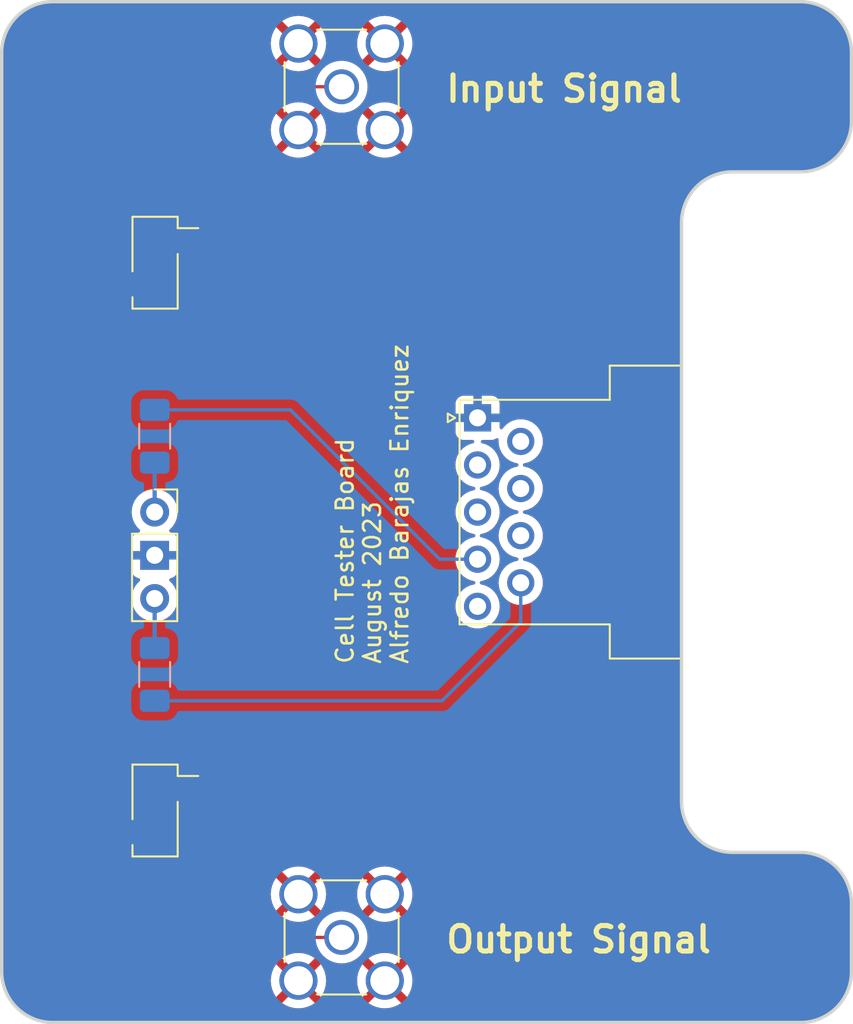
<source format=kicad_pcb>
(kicad_pcb (version 20221018) (generator pcbnew)
  (layers (0 "F.Cu" signal) (31 "B.Cu" signal) (34 "B.Paste" user) (35 "F.Paste" user) (36 "B.SilkS" user "B.Silkscreen") (37 "F.SilkS" user "F.Silkscreen") (38 "B.Mask" user) (39 "F.Mask" user) (44 "Edge.Cuts" user))
  (net 0 "")
  (net 1 "+12")
  (net 2 "-12")
  (net 3 "P.Ground")
  (net 4 "S.Ground")
  (footprint "Connector_Coaxial:SMA_Amphenol_901-144_Vertical" (layer "F.Cu") (at 120 125 180)
    (fp_text reference "REF**" hide)
    (fp_text value "SMA_Amphenol_901-144_Vertical" hide)
    (fp_line (start -3.355 -1.45) (end -3.355 1.45) (stroke (width 0.12)) (layer "F.SilkS"))
    (fp_line (start -1.45 -3.355) (end 1.45 -3.355) (stroke (width 0.12)) (layer "F.SilkS"))
    (fp_line (start -1.45 3.355) (end 1.45 3.355) (stroke (width 0.12)) (layer "F.SilkS"))
    (fp_line (start 3.355 -1.45) (end 3.355 1.45) (stroke (width 0.12)) (layer "F.SilkS"))
    (pad "1" thru_hole circle (at 0 0 180) (size 2.05 2.05) (drill 1.5) (layers "*.Cu" "*.Mask"))
    (pad "2" thru_hole circle (at -2.54 -2.54 180) (size 2.25 2.25) (drill 1.7) (layers "*.Cu" "*.Mask") (net 4 "S.Ground"))
    (pad "2" thru_hole circle (at -2.54 2.54 180) (size 2.25 2.25) (drill 1.7) (layers "*.Cu" "*.Mask") (net 4 "S.Ground"))
    (pad "2" thru_hole circle (at 2.54 -2.54 180) (size 2.25 2.25) (drill 1.7) (layers "*.Cu" "*.Mask") (net 4 "S.Ground"))
    (pad "2" thru_hole circle (at 2.54 2.54 180) (size 2.25 2.25) (drill 1.7) (layers "*.Cu" "*.Mask") (net 4 "S.Ground"))
  )
  (footprint "Connector_PinSocket_2.54mm:PinSocket_1x03_P2.54mm_Vertical" (layer "F.Cu") (at 109 100)
    (fp_text reference "REF**" hide)
    (fp_text value "PinSocket_1x03_P2.54mm_Vertical" hide)
    (fp_line (start -1.33 1.27) (end -1.33 6.41) (stroke (width 0.12)) (layer "F.SilkS"))
    (fp_line (start -1.33 1.27) (end 1.33 1.27) (stroke (width 0.12)) (layer "F.SilkS"))
    (fp_line (start -1.33 6.41) (end 1.33 6.41) (stroke (width 0.12)) (layer "F.SilkS"))
    (fp_line (start 0 -1.33) (end 1.33 -1.33) (stroke (width 0.12)) (layer "F.SilkS"))
    (fp_line (start 1.33 -1.33) (end 1.33 0) (stroke (width 0.12)) (layer "F.SilkS"))
    (fp_line (start 1.33 1.27) (end 1.33 6.41) (stroke (width 0.12)) (layer "F.SilkS"))
    (pad "1" thru_hole circle (at 0 0) (size 1.7 1.7) (drill 1) (layers "*.Cu" "*.Mask"))
    (pad "2" thru_hole rect (at 0 2.54) (size 1.7 1.7) (drill 1) (layers "*.Cu" "*.Mask") (net 3 "P.Ground"))
    (pad "3" thru_hole oval (at 0 5.08) (size 1.7 1.7) (drill 1) (layers "*.Cu" "*.Mask"))
  )
  (footprint "Connector_Coaxial:SMA_Amphenol_901-144_Vertical" (layer "F.Cu") (at 120 75 180)
    (fp_text reference "REF**" hide)
    (fp_text value "SMA_Amphenol_901-144_Vertical" hide)
    (fp_line (start -3.355 -1.45) (end -3.355 1.45) (stroke (width 0.12)) (layer "F.SilkS"))
    (fp_line (start -1.45 -3.355) (end 1.45 -3.355) (stroke (width 0.12)) (layer "F.SilkS"))
    (fp_line (start -1.45 3.355) (end 1.45 3.355) (stroke (width 0.12)) (layer "F.SilkS"))
    (fp_line (start 3.355 -1.45) (end 3.355 1.45) (stroke (width 0.12)) (layer "F.SilkS"))
    (pad "1" thru_hole circle (at 0 0 180) (size 2.05 2.05) (drill 1.5) (layers "*.Cu" "*.Mask"))
    (pad "2" thru_hole circle (at -2.54 -2.54 180) (size 2.25 2.25) (drill 1.7) (layers "*.Cu" "*.Mask") (net 4 "S.Ground"))
    (pad "2" thru_hole circle (at -2.54 2.54 180) (size 2.25 2.25) (drill 1.7) (layers "*.Cu" "*.Mask") (net 4 "S.Ground"))
    (pad "2" thru_hole circle (at 2.54 -2.54 180) (size 2.25 2.25) (drill 1.7) (layers "*.Cu" "*.Mask") (net 4 "S.Ground"))
    (pad "2" thru_hole circle (at 2.54 2.54 180) (size 2.25 2.25) (drill 1.7) (layers "*.Cu" "*.Mask") (net 4 "S.Ground"))
  )
  (footprint "Connector_PinSocket_2.54mm:PinSocket_1x02_P2.54mm_Vertical_SMD_Pin1Right" (layer "F.Cu") (at 109.025 85.341135)
    (fp_text reference "REF**" hide)
    (fp_text value "PinSocket_1x02_P2.54mm_Vertical_SMD_Pin1Right" hide)
    (fp_line (start -1.33 -2.7) (end -1.33 0.51) (stroke (width 0.12)) (layer "F.SilkS"))
    (fp_line (start -1.33 -2.7) (end 1.33 -2.7) (stroke (width 0.12)) (layer "F.SilkS"))
    (fp_line (start -1.33 2.03) (end -1.33 2.7) (stroke (width 0.12)) (layer "F.SilkS"))
    (fp_line (start -1.33 2.7) (end 1.33 2.7) (stroke (width 0.12)) (layer "F.SilkS"))
    (fp_line (start 1.33 -2.7) (end 1.33 -2.03) (stroke (width 0.12)) (layer "F.SilkS"))
    (fp_line (start 1.33 -2.03) (end 2.54 -2.03) (stroke (width 0.12)) (layer "F.SilkS"))
    (fp_line (start 1.33 -0.51) (end 1.33 2.7) (stroke (width 0.12)) (layer "F.SilkS"))
    (pad "1" smd rect (at 1.65 -1.27) (size 1.9 1) (layers "F.Cu" "F.Paste" "F.Mask"))
    (pad "2" smd rect (at -1.65 1.27) (size 1.9 1) (layers "F.Cu" "F.Paste" "F.Mask") (net 4 "S.Ground"))
  )
  (footprint "Connector_PinSocket_2.54mm:PinSocket_1x02_P2.54mm_Vertical_SMD_Pin1Right" (layer "F.Cu") (at 109.025 117.541135)
    (fp_text reference "REF**" hide)
    (fp_text value "PinSocket_1x02_P2.54mm_Vertical_SMD_Pin1Right" hide)
    (fp_line (start -1.33 -2.7) (end -1.33 0.51) (stroke (width 0.12)) (layer "F.SilkS"))
    (fp_line (start -1.33 -2.7) (end 1.33 -2.7) (stroke (width 0.12)) (layer "F.SilkS"))
    (fp_line (start -1.33 2.03) (end -1.33 2.7) (stroke (width 0.12)) (layer "F.SilkS"))
    (fp_line (start -1.33 2.7) (end 1.33 2.7) (stroke (width 0.12)) (layer "F.SilkS"))
    (fp_line (start 1.33 -2.7) (end 1.33 -2.03) (stroke (width 0.12)) (layer "F.SilkS"))
    (fp_line (start 1.33 -2.03) (end 2.54 -2.03) (stroke (width 0.12)) (layer "F.SilkS"))
    (fp_line (start 1.33 -0.51) (end 1.33 2.7) (stroke (width 0.12)) (layer "F.SilkS"))
    (pad "1" smd rect (at 1.65 -1.27) (size 1.9 1) (layers "F.Cu" "F.Paste" "F.Mask"))
    (pad "2" smd rect (at -1.65 1.27) (size 1.9 1) (layers "F.Cu" "F.Paste" "F.Mask") (net 4 "S.Ground"))
  )
  (footprint "Connector_Dsub:DSUB-9_Female_Horizontal_P2.77x2.54mm_EdgePinOffset9.40mm" (layer "F.Cu") (at 128 94.46 90)
    (fp_text reference "REF**" hide)
    (fp_text value "DSUB-9_Female_Horizontal_P2.77x2.54mm_EdgePinOffset9.40mm" hide)
    (fp_line (start -14.15 7.78) (end -12.14 7.78) (stroke (width 0.12)) (layer "F.SilkS"))
    (fp_line (start -14.15 11.88) (end -14.15 7.78) (stroke (width 0.12)) (layer "F.SilkS"))
    (fp_line (start -12.14 -1.06) (end 1.06 -1.06) (stroke (width 0.12)) (layer "F.SilkS"))
    (fp_line (start -12.14 7.78) (end -12.14 -1.06) (stroke (width 0.12)) (layer "F.SilkS"))
    (fp_line (start -0.25 -1.754338) (end 0.25 -1.754338) (stroke (width 0.12)) (layer "F.SilkS"))
    (fp_line (start 0 -1.321325) (end -0.25 -1.754338) (stroke (width 0.12)) (layer "F.SilkS"))
    (fp_line (start 0.25 -1.754338) (end 0 -1.321325) (stroke (width 0.12)) (layer "F.SilkS"))
    (fp_line (start 1.06 -1.06) (end 1.06 7.78) (stroke (width 0.12)) (layer "F.SilkS"))
    (fp_line (start 1.06 7.78) (end 3.07 7.78) (stroke (width 0.12)) (layer "F.SilkS"))
    (fp_line (start 3.07 7.78) (end 3.07 11.88) (stroke (width 0.12)) (layer "F.SilkS"))
    (pad "1" thru_hole rect (at 0 0 90) (size 1.6 1.6) (drill 1) (layers "*.Cu" "*.Mask") (net 3 "P.Ground"))
    (pad "2" thru_hole circle (at -2.77 0 90) (size 1.6 1.6) (drill 1) (layers "*.Cu" "*.Mask"))
    (pad "3" thru_hole circle (at -5.54 0 90) (size 1.6 1.6) (drill 1) (layers "*.Cu" "*.Mask"))
    (pad "4" thru_hole circle (at -8.31 0 90) (size 1.6 1.6) (drill 1) (layers "*.Cu" "*.Mask") (net 1 "+12"))
    (pad "5" thru_hole circle (at -11.08 0 90) (size 1.6 1.6) (drill 1) (layers "*.Cu" "*.Mask"))
    (pad "6" thru_hole circle (at -1.385 2.54 90) (size 1.6 1.6) (drill 1) (layers "*.Cu" "*.Mask"))
    (pad "7" thru_hole circle (at -4.155 2.54 90) (size 1.6 1.6) (drill 1) (layers "*.Cu" "*.Mask"))
    (pad "8" thru_hole circle (at -6.925 2.54 90) (size 1.6 1.6) (drill 1) (layers "*.Cu" "*.Mask"))
    (pad "9" thru_hole circle (at -9.695 2.54 90) (size 1.6 1.6) (drill 1) (layers "*.Cu" "*.Mask") (net 2 "-12"))
  )
  (footprint "Resistor_SMD:R_1206_3216Metric_Pad1.30x1.75mm_HandSolder" (layer "B.Cu") (at 109 95.541135 90)
    (fp_text reference "REF**" hide)
    (fp_text value "R_1206_3216Metric_Pad1.30x1.75mm_HandSolder" hide)
    (fp_line (start -0.727064 -0.91) (end 0.727064 -0.91) (stroke (width 0.12)) (layer "B.SilkS"))
    (fp_line (start -0.727064 0.91) (end 0.727064 0.91) (stroke (width 0.12)) (layer "B.SilkS"))
    (pad "1" smd roundrect (at -1.55 0 90) (size 1.3 1.75) (layers "B.Cu" "B.Paste" "B.Mask") (roundrect_rratio 0.192308))
    (pad "2" smd roundrect (at 1.55 0 90) (size 1.3 1.75) (layers "B.Cu" "B.Paste" "B.Mask") (roundrect_rratio 0.192308) (net 1 "+12"))
  )
  (footprint "Resistor_SMD:R_1206_3216Metric_Pad1.30x1.75mm_HandSolder" (layer "B.Cu") (at 109 109.541135 -90)
    (fp_text reference "REF**" hide)
    (fp_text value "R_1206_3216Metric_Pad1.30x1.75mm_HandSolder" hide)
    (fp_line (start -0.727064 -0.91) (end 0.727064 -0.91) (stroke (width 0.12)) (layer "B.SilkS"))
    (fp_line (start -0.727064 0.91) (end 0.727064 0.91) (stroke (width 0.12)) (layer "B.SilkS"))
    (pad "1" smd roundrect (at -1.55 0 270) (size 1.3 1.75) (layers "B.Cu" "B.Paste" "B.Mask") (roundrect_rratio 0.192308))
    (pad "2" smd roundrect (at 1.55 0 270) (size 1.3 1.75) (layers "B.Cu" "B.Paste" "B.Mask") (roundrect_rratio 0.192308) (net 2 "-12"))
  )
  (gr_poly (pts (arc (start 100 127) (mid 100.87868 129.12132) (end 103 130)) (arc (start 147 130) (mid 149.12132 129.12132) (end 150 127)) (arc (start 150 123) (mid 149.12132 120.87868) (end 147 120)) (arc (start 143 120) (mid 140.87868 119.12132) (end 140 117)) (arc (start 140 83) (mid 140.87868 80.87868) (end 143 80)) (arc (start 147 80) (mid 149.12132 79.12132) (end 150 77)) (arc (start 150 73) (mid 149.12132 70.87868) (end 147 70)) (arc (start 103 70) (mid 100.87868 70.87868) (end 100 73))) (stroke (width 0.2)) (fill none) (layer "Edge.Cuts"))
  (gr_text "Output Signal" (at 126 126) (layer "F.SilkS") (effects (font (size 1.5 1.5) (thickness 0.3) bold) (justify left bottom)))
  (gr_text "Input Signal" (at 126 76) (layer "F.SilkS") (effects (font (size 1.5 1.5) (thickness 0.3) bold) (justify left bottom)))
  (gr_text "Cell Tester Board\nAugust 2023\nAlfredo Barajas Enriquez" (at 124 109 90) (layer "F.SilkS") (effects (font (size 1 1)) (justify left bottom)))
  (segment (start 120 125) (end 115 125) (width 0.19) (layer "F.Cu") (net 0))
  (segment (start 111.025 121.025) (end 111.025 116.621135) (width 0.19) (layer "F.Cu") (net 0))
  (segment (start 120 75) (end 115 75) (width 0.19) (layer "F.Cu") (net 0))
  (segment (start 115 75) (end 111.025 78.975) (width 0.19) (layer "F.Cu") (net 0))
  (segment (start 115 125) (end 111.025 121.025) (width 0.19) (layer "F.Cu") (net 0))
  (segment (start 111.025 78.975) (end 111.025 83.721135) (width 0.19) (layer "F.Cu") (net 0))
  (segment (start 109 97.091135) (end 109 100) (width 0.25) (layer "B.Cu") (net 0))
  (segment (start 109 107.991135) (end 109 105.08) (width 0.25) (layer "B.Cu") (net 0))
  (segment (start 125.77 102.77) (end 128 102.77) (width 0.2) (layer "B.Cu") (net 1))
  (segment (start 116.991135 93.991135) (end 125.77 102.77) (width 0.2) (layer "B.Cu") (net 1))
  (segment (start 109 93.991135) (end 116.991135 93.991135) (width 0.2) (layer "B.Cu") (net 1))
  (segment (start 109 111.091135) (end 125.908865 111.091135) (width 0.2) (layer "B.Cu") (net 2))
  (segment (start 125.908865 111.091135) (end 130.54 106.46) (width 0.2) (layer "B.Cu") (net 2))
  (segment (start 130.54 106.46) (end 130.54 104.155) (width 0.2) (layer "B.Cu") (net 2))
  (zone (net 4) (net_name "S.Ground") (layer "F.Cu") (connect_pads (clearance 0.5)) (min_thickness 0.2) (fill yes (thermal_gap 0.5) (thermal_bridge_width 0.5))
    (polygon (pts (xy 100 127) (xy 100.00236 127.168344) (xy 100.040057 127.502915) (xy 100.114977 127.831161) (xy 100.226178 128.148955) (xy 100.372261 128.4523) (xy 100.55139 128.737381) (xy 100.761311 129.000614) (xy 100.999386 129.238689) (xy 101.262619 129.44861) (xy 101.5477 129.627739) (xy 101.851045 129.773822) (xy 102.168839 129.885023) (xy 102.497085 129.959943) (xy 102.831656 129.99764) (xy 103 130) (xy 147 130) (xy 147.168344 129.99764) (xy 147.502915 129.959943) (xy 147.831161 129.885023) (xy 148.148955 129.773822) (xy 148.4523 129.627739) (xy 148.737381 129.44861) (xy 149.000614 129.238689) (xy 149.238689 129.000614) (xy 149.44861 128.737381) (xy 149.627739 128.4523) (xy 149.773822 128.148955) (xy 149.885023 127.831161) (xy 149.959943 127.502915) (xy 149.99764 127.168344) (xy 150 127) (xy 150 123) (xy 149.99764 122.831656) (xy 149.959943 122.497085) (xy 149.885023 122.168839) (xy 149.773822 121.851045) (xy 149.627739 121.5477) (xy 149.44861 121.262619) (xy 149.238689 120.999386) (xy 149.000614 120.761311) (xy 148.737381 120.55139) (xy 148.4523 120.372261) (xy 148.148955 120.226178) (xy 147.831161 120.114977) (xy 147.502915 120.040057) (xy 147.168344 120.00236) (xy 147 120) (xy 143 120) (xy 142.831656 119.99764) (xy 142.497085 119.959943) (xy 142.168839 119.885023) (xy 141.851045 119.773822) (xy 141.5477 119.627739) (xy 141.262619 119.44861) (xy 140.999386 119.238689) (xy 140.761311 119.000614) (xy 140.55139 118.737381) (xy 140.372261 118.4523) (xy 140.226178 118.148955) (xy 140.114977 117.831161) (xy 140.040057 117.502915) (xy 140.00236 117.168344) (xy 140 117) (xy 140 83) (xy 140.00236 82.831656) (xy 140.040057 82.497085) (xy 140.114977 82.168839) (xy 140.226178 81.851045) (xy 140.372261 81.5477) (xy 140.55139 81.262619) (xy 140.761311 80.999386) (xy 140.999386 80.761311) (xy 141.262619 80.55139) (xy 141.5477 80.372261) (xy 141.851045 80.226178) (xy 142.168839 80.114977) (xy 142.497085 80.040057) (xy 142.831656 80.00236) (xy 143 80) (xy 147 80) (xy 147.168344 79.99764) (xy 147.502915 79.959943) (xy 147.831161 79.885023) (xy 148.148955 79.773822) (xy 148.4523 79.627739) (xy 148.737381 79.44861) (xy 149.000614 79.238689) (xy 149.238689 79.000614) (xy 149.44861 78.737381) (xy 149.627739 78.4523) (xy 149.773822 78.148955) (xy 149.885023 77.831161) (xy 149.959943 77.502915) (xy 149.99764 77.168344) (xy 150 77) (xy 150 73) (xy 149.99764 72.831656) (xy 149.959943 72.497085) (xy 149.885023 72.168839) (xy 149.773822 71.851045) (xy 149.627739 71.5477) (xy 149.44861 71.262619) (xy 149.238689 70.999386) (xy 149.000614 70.761311) (xy 148.737381 70.55139) (xy 148.4523 70.372261) (xy 148.148955 70.226178) (xy 147.831161 70.114977) (xy 147.502915 70.040057) (xy 147.168344 70.00236) (xy 147 70) (xy 103 70) (xy 102.831656 70.00236) (xy 102.497085 70.040057) (xy 102.168839 70.114977) (xy 101.851045 70.226178) (xy 101.5477 70.372261) (xy 101.262619 70.55139) (xy 100.999386 70.761311) (xy 100.761311 70.999386) (xy 100.55139 71.262619) (xy 100.372261 71.5477) (xy 100.226178 71.851045) (xy 100.114977 72.168839) (xy 100.040057 72.497085) (xy 100.00236 72.831656) (xy 100 73)))
  )
  (zone (net 3) (net_name "P.Ground") (layer "B.Cu") (connect_pads (clearance 0.5)) (min_thickness 0.2) (fill yes (thermal_gap 0.5) (thermal_bridge_width 0.5))
    (polygon (pts (xy 100 127) (xy 100.00236 127.168344) (xy 100.040057 127.502915) (xy 100.114977 127.831161) (xy 100.226178 128.148955) (xy 100.372261 128.4523) (xy 100.55139 128.737381) (xy 100.761311 129.000614) (xy 100.999386 129.238689) (xy 101.262619 129.44861) (xy 101.5477 129.627739) (xy 101.851045 129.773822) (xy 102.168839 129.885023) (xy 102.497085 129.959943) (xy 102.831656 129.99764) (xy 103 130) (xy 147 130) (xy 147.168344 129.99764) (xy 147.502915 129.959943) (xy 147.831161 129.885023) (xy 148.148955 129.773822) (xy 148.4523 129.627739) (xy 148.737381 129.44861) (xy 149.000614 129.238689) (xy 149.238689 129.000614) (xy 149.44861 128.737381) (xy 149.627739 128.4523) (xy 149.773822 128.148955) (xy 149.885023 127.831161) (xy 149.959943 127.502915) (xy 149.99764 127.168344) (xy 150 127) (xy 150 123) (xy 149.99764 122.831656) (xy 149.959943 122.497085) (xy 149.885023 122.168839) (xy 149.773822 121.851045) (xy 149.627739 121.5477) (xy 149.44861 121.262619) (xy 149.238689 120.999386) (xy 149.000614 120.761311) (xy 148.737381 120.55139) (xy 148.4523 120.372261) (xy 148.148955 120.226178) (xy 147.831161 120.114977) (xy 147.502915 120.040057) (xy 147.168344 120.00236) (xy 147 120) (xy 143 120) (xy 142.831656 119.99764) (xy 142.497085 119.959943) (xy 142.168839 119.885023) (xy 141.851045 119.773822) (xy 141.5477 119.627739) (xy 141.262619 119.44861) (xy 140.999386 119.238689) (xy 140.761311 119.000614) (xy 140.55139 118.737381) (xy 140.372261 118.4523) (xy 140.226178 118.148955) (xy 140.114977 117.831161) (xy 140.040057 117.502915) (xy 140.00236 117.168344) (xy 140 117) (xy 140 83) (xy 140.00236 82.831656) (xy 140.040057 82.497085) (xy 140.114977 82.168839) (xy 140.226178 81.851045) (xy 140.372261 81.5477) (xy 140.55139 81.262619) (xy 140.761311 80.999386) (xy 140.999386 80.761311) (xy 141.262619 80.55139) (xy 141.5477 80.372261) (xy 141.851045 80.226178) (xy 142.168839 80.114977) (xy 142.497085 80.040057) (xy 142.831656 80.00236) (xy 143 80) (xy 147 80) (xy 147.168344 79.99764) (xy 147.502915 79.959943) (xy 147.831161 79.885023) (xy 148.148955 79.773822) (xy 148.4523 79.627739) (xy 148.737381 79.44861) (xy 149.000614 79.238689) (xy 149.238689 79.000614) (xy 149.44861 78.737381) (xy 149.627739 78.4523) (xy 149.773822 78.148955) (xy 149.885023 77.831161) (xy 149.959943 77.502915) (xy 149.99764 77.168344) (xy 150 77) (xy 150 73) (xy 149.99764 72.831656) (xy 149.959943 72.497085) (xy 149.885023 72.168839) (xy 149.773822 71.851045) (xy 149.627739 71.5477) (xy 149.44861 71.262619) (xy 149.238689 70.999386) (xy 149.000614 70.761311) (xy 148.737381 70.55139) (xy 148.4523 70.372261) (xy 148.148955 70.226178) (xy 147.831161 70.114977) (xy 147.502915 70.040057) (xy 147.168344 70.00236) (xy 147 70) (xy 103 70) (xy 102.831656 70.00236) (xy 102.497085 70.040057) (xy 102.168839 70.114977) (xy 101.851045 70.226178) (xy 101.5477 70.372261) (xy 101.262619 70.55139) (xy 100.999386 70.761311) (xy 100.761311 70.999386) (xy 100.55139 71.262619) (xy 100.372261 71.5477) (xy 100.226178 71.851045) (xy 100.114977 72.168839) (xy 100.040057 72.497085) (xy 100.00236 72.831656) (xy 100 73)))
  )
)
</source>
